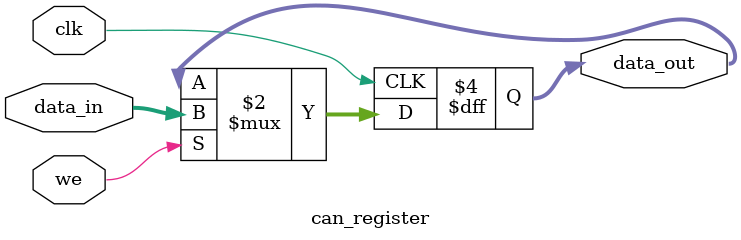
<source format=v>



module can_register
( data_in,
  data_out,
  we,
  clk
);

parameter WIDTH = 8; // default parameter of the register width

input [WIDTH-1:0] data_in;
input             we;
input             clk;

output [WIDTH-1:0] data_out;
reg    [WIDTH-1:0] data_out;



always @ (posedge clk)
begin
  if (we)                        // write
    data_out<=#1 data_in;
end



endmodule

</source>
